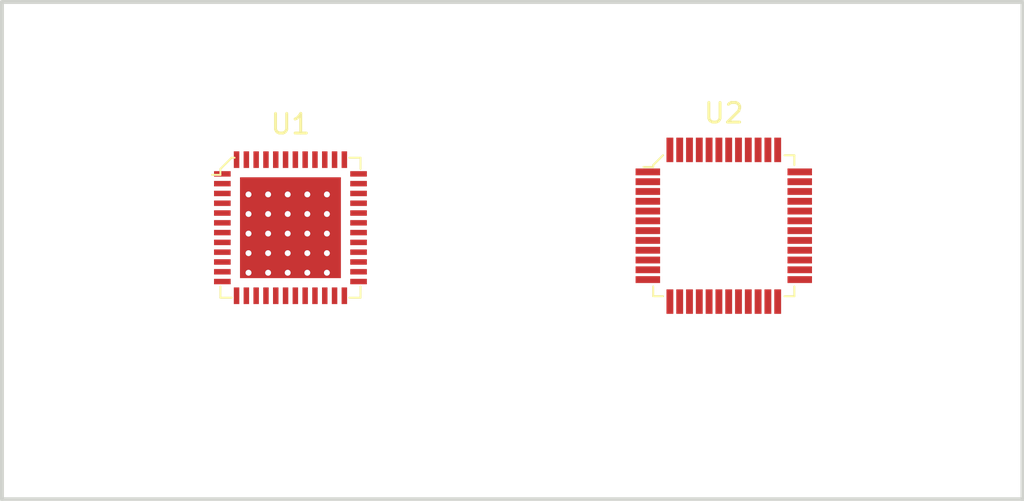
<source format=kicad_pcb>
(kicad_pcb (version 20171130) (host pcbnew 5.0.0-fee4fd1~65~ubuntu17.10.1)

  (general
    (thickness 1.6)
    (drawings 4)
    (tracks 0)
    (zones 0)
    (modules 2)
    (nets 1)
  )

  (page A4)
  (layers
    (0 F.Cu signal)
    (31 B.Cu signal)
    (32 B.Adhes user)
    (33 F.Adhes user)
    (34 B.Paste user)
    (35 F.Paste user)
    (36 B.SilkS user)
    (37 F.SilkS user)
    (38 B.Mask user)
    (39 F.Mask user)
    (40 Dwgs.User user)
    (41 Cmts.User user)
    (42 Eco1.User user)
    (43 Eco2.User user)
    (44 Edge.Cuts user)
    (45 Margin user)
    (46 B.CrtYd user)
    (47 F.CrtYd user)
    (48 B.Fab user)
    (49 F.Fab user)
  )

  (setup
    (last_trace_width 0.25)
    (trace_clearance 0.2)
    (zone_clearance 0.508)
    (zone_45_only no)
    (trace_min 0.2)
    (segment_width 0.2)
    (edge_width 0.15)
    (via_size 0.8)
    (via_drill 0.4)
    (via_min_size 0.4)
    (via_min_drill 0.3)
    (uvia_size 0.3)
    (uvia_drill 0.1)
    (uvias_allowed no)
    (uvia_min_size 0.2)
    (uvia_min_drill 0.1)
    (pcb_text_width 0.3)
    (pcb_text_size 1.5 1.5)
    (mod_edge_width 0.15)
    (mod_text_size 1 1)
    (mod_text_width 0.15)
    (pad_size 1.524 1.524)
    (pad_drill 0.762)
    (pad_to_mask_clearance 0.2)
    (aux_axis_origin 0 0)
    (visible_elements FFFFFF7F)
    (pcbplotparams
      (layerselection 0x010fc_ffffffff)
      (usegerberextensions false)
      (usegerberattributes false)
      (usegerberadvancedattributes false)
      (creategerberjobfile false)
      (excludeedgelayer true)
      (linewidth 0.100000)
      (plotframeref false)
      (viasonmask false)
      (mode 1)
      (useauxorigin false)
      (hpglpennumber 1)
      (hpglpenspeed 20)
      (hpglpendiameter 15.000000)
      (psnegative false)
      (psa4output false)
      (plotreference true)
      (plotvalue true)
      (plotinvisibletext false)
      (padsonsilk false)
      (subtractmaskfromsilk false)
      (outputformat 1)
      (mirror false)
      (drillshape 1)
      (scaleselection 1)
      (outputdirectory ""))
  )

  (net 0 "")

  (net_class Default "This is the default net class."
    (clearance 0.2)
    (trace_width 0.25)
    (via_dia 0.8)
    (via_drill 0.4)
    (uvia_dia 0.3)
    (uvia_drill 0.1)
  )

  (module digikey-footprints:QFN-48-1EP_7x7mm (layer F.Cu) (tedit 5B0EE00C) (tstamp 5C11EFBA)
    (at 28.69 25.5)
    (path /5C114B01)
    (fp_text reference U1 (at 0 -5.29) (layer F.SilkS)
      (effects (font (size 1 1) (thickness 0.15)))
    )
    (fp_text value ATSAMD21G18A-AUT (at 0 5.75) (layer F.Fab)
      (effects (font (size 1 1) (thickness 0.15)))
    )
    (fp_line (start -4.15 -4.15) (end -4.15 4.15) (layer F.CrtYd) (width 0.05))
    (fp_line (start 4.15 -4.15) (end 4.15 4.15) (layer F.CrtYd) (width 0.05))
    (fp_line (start 4.15 -4.15) (end -4.15 -4.15) (layer F.CrtYd) (width 0.05))
    (fp_line (start 4.15 4.15) (end -4.15 4.15) (layer F.CrtYd) (width 0.05))
    (fp_line (start -2.85 -3.575) (end -3 -3.575) (layer F.SilkS) (width 0.1))
    (fp_line (start -3 -3.575) (end -3.575 -3) (layer F.SilkS) (width 0.1))
    (fp_line (start -3.575 -3) (end -3.575 -2.7) (layer F.SilkS) (width 0.1))
    (fp_line (start -3.575 -2.7) (end -4 -2.7) (layer F.SilkS) (width 0.1))
    (fp_line (start -3.575 3.575) (end -3 3.575) (layer F.SilkS) (width 0.1))
    (fp_line (start -3.575 3) (end -3.575 3.575) (layer F.SilkS) (width 0.1))
    (fp_line (start 3.575 3) (end 3.575 3.575) (layer F.SilkS) (width 0.1))
    (fp_line (start 3.575 3.575) (end 3 3.575) (layer F.SilkS) (width 0.1))
    (fp_line (start 3.575 -3) (end 3.575 -3.575) (layer F.SilkS) (width 0.1))
    (fp_line (start 3.575 -3.575) (end 3 -3.575) (layer F.SilkS) (width 0.1))
    (fp_line (start -3 -3.475) (end 3.475 -3.475) (layer F.Fab) (width 0.1))
    (fp_line (start -3.475 -3) (end -3.475 3.475) (layer F.Fab) (width 0.1))
    (fp_line (start -3 -3.475) (end -3.475 -3) (layer F.Fab) (width 0.1))
    (fp_line (start 3.475 -3.475) (end 3.475 3.475) (layer F.Fab) (width 0.1))
    (fp_line (start 3.475 3.475) (end -3.475 3.475) (layer F.Fab) (width 0.1))
    (pad 37 smd rect (at 2.75 -3.475) (size 0.28 0.85) (layers F.Cu F.Paste F.Mask)
      (solder_mask_margin 0.07))
    (pad 13 smd rect (at -2.75 3.475) (size 0.28 0.85) (layers F.Cu F.Paste F.Mask)
      (solder_mask_margin 0.07))
    (pad 1 smd rect (at -3.475 -2.75) (size 0.85 0.28) (layers F.Cu F.Paste F.Mask)
      (solder_mask_margin 0.07))
    (pad 2 smd rect (at -3.475 -2.25) (size 0.85 0.28) (layers F.Cu F.Paste F.Mask)
      (solder_mask_margin 0.07))
    (pad 3 smd rect (at -3.475 -1.75) (size 0.85 0.28) (layers F.Cu F.Paste F.Mask)
      (solder_mask_margin 0.07))
    (pad 4 smd rect (at -3.475 -1.25) (size 0.85 0.28) (layers F.Cu F.Paste F.Mask)
      (solder_mask_margin 0.07))
    (pad 5 smd rect (at -3.475 -0.75) (size 0.85 0.28) (layers F.Cu F.Paste F.Mask)
      (solder_mask_margin 0.07))
    (pad 6 smd rect (at -3.475 -0.25) (size 0.85 0.28) (layers F.Cu F.Paste F.Mask)
      (solder_mask_margin 0.07))
    (pad 7 smd rect (at -3.475 0.25) (size 0.85 0.28) (layers F.Cu F.Paste F.Mask)
      (solder_mask_margin 0.07))
    (pad 8 smd rect (at -3.475 0.75) (size 0.85 0.28) (layers F.Cu F.Paste F.Mask)
      (solder_mask_margin 0.07))
    (pad 9 smd rect (at -3.475 1.25) (size 0.85 0.28) (layers F.Cu F.Paste F.Mask)
      (solder_mask_margin 0.07))
    (pad 10 smd rect (at -3.475 1.75) (size 0.85 0.28) (layers F.Cu F.Paste F.Mask)
      (solder_mask_margin 0.07))
    (pad 11 smd rect (at -3.475 2.25) (size 0.85 0.28) (layers F.Cu F.Paste F.Mask)
      (solder_mask_margin 0.07))
    (pad 12 smd rect (at -3.475 2.75) (size 0.85 0.28) (layers F.Cu F.Paste F.Mask)
      (solder_mask_margin 0.07))
    (pad 14 smd rect (at -2.25 3.475) (size 0.28 0.85) (layers F.Cu F.Paste F.Mask)
      (solder_mask_margin 0.07))
    (pad 15 smd rect (at -1.75 3.475) (size 0.28 0.85) (layers F.Cu F.Paste F.Mask)
      (solder_mask_margin 0.07))
    (pad 16 smd rect (at -1.25 3.475) (size 0.28 0.85) (layers F.Cu F.Paste F.Mask)
      (solder_mask_margin 0.07))
    (pad 17 smd rect (at -0.75 3.475) (size 0.28 0.85) (layers F.Cu F.Paste F.Mask)
      (solder_mask_margin 0.07))
    (pad 18 smd rect (at -0.25 3.475) (size 0.28 0.85) (layers F.Cu F.Paste F.Mask)
      (solder_mask_margin 0.07))
    (pad 19 smd rect (at 0.25 3.475) (size 0.28 0.85) (layers F.Cu F.Paste F.Mask)
      (solder_mask_margin 0.07))
    (pad 20 smd rect (at 0.75 3.475) (size 0.28 0.85) (layers F.Cu F.Paste F.Mask)
      (solder_mask_margin 0.07))
    (pad 21 smd rect (at 1.25 3.475) (size 0.28 0.85) (layers F.Cu F.Paste F.Mask)
      (solder_mask_margin 0.07))
    (pad 22 smd rect (at 1.75 3.475) (size 0.28 0.85) (layers F.Cu F.Paste F.Mask)
      (solder_mask_margin 0.07))
    (pad 23 smd rect (at 2.25 3.475) (size 0.28 0.85) (layers F.Cu F.Paste F.Mask)
      (solder_mask_margin 0.07))
    (pad 24 smd rect (at 2.75 3.475) (size 0.28 0.85) (layers F.Cu F.Paste F.Mask)
      (solder_mask_margin 0.07))
    (pad 25 smd rect (at 3.475 2.75) (size 0.85 0.28) (layers F.Cu F.Paste F.Mask)
      (solder_mask_margin 0.07))
    (pad 26 smd rect (at 3.475 2.25) (size 0.85 0.28) (layers F.Cu F.Paste F.Mask)
      (solder_mask_margin 0.07))
    (pad 27 smd rect (at 3.475 1.75) (size 0.85 0.28) (layers F.Cu F.Paste F.Mask)
      (solder_mask_margin 0.07))
    (pad 28 smd rect (at 3.475 1.25) (size 0.85 0.28) (layers F.Cu F.Paste F.Mask)
      (solder_mask_margin 0.07))
    (pad 29 smd rect (at 3.475 0.75) (size 0.85 0.28) (layers F.Cu F.Paste F.Mask)
      (solder_mask_margin 0.07))
    (pad 30 smd rect (at 3.475 0.25) (size 0.85 0.28) (layers F.Cu F.Paste F.Mask)
      (solder_mask_margin 0.07))
    (pad 31 smd rect (at 3.475 -0.25) (size 0.85 0.28) (layers F.Cu F.Paste F.Mask)
      (solder_mask_margin 0.07))
    (pad 32 smd rect (at 3.475 -0.75) (size 0.85 0.28) (layers F.Cu F.Paste F.Mask)
      (solder_mask_margin 0.07))
    (pad 33 smd rect (at 3.475 -1.25) (size 0.85 0.28) (layers F.Cu F.Paste F.Mask)
      (solder_mask_margin 0.07))
    (pad 34 smd rect (at 3.475 -1.75) (size 0.85 0.28) (layers F.Cu F.Paste F.Mask)
      (solder_mask_margin 0.07))
    (pad 35 smd rect (at 3.475 -2.25) (size 0.85 0.28) (layers F.Cu F.Paste F.Mask)
      (solder_mask_margin 0.07))
    (pad 36 smd rect (at 3.475 -2.75) (size 0.85 0.28) (layers F.Cu F.Paste F.Mask)
      (solder_mask_margin 0.07))
    (pad 38 smd rect (at 2.25 -3.475) (size 0.28 0.85) (layers F.Cu F.Paste F.Mask)
      (solder_mask_margin 0.07))
    (pad 39 smd rect (at 1.75 -3.475) (size 0.28 0.85) (layers F.Cu F.Paste F.Mask)
      (solder_mask_margin 0.07))
    (pad 40 smd rect (at 1.25 -3.475) (size 0.28 0.85) (layers F.Cu F.Paste F.Mask)
      (solder_mask_margin 0.07))
    (pad 41 smd rect (at 0.75 -3.475) (size 0.28 0.85) (layers F.Cu F.Paste F.Mask)
      (solder_mask_margin 0.07))
    (pad 42 smd rect (at 0.25 -3.475) (size 0.28 0.85) (layers F.Cu F.Paste F.Mask)
      (solder_mask_margin 0.07))
    (pad 43 smd rect (at -0.25 -3.475) (size 0.28 0.85) (layers F.Cu F.Paste F.Mask)
      (solder_mask_margin 0.07))
    (pad 44 smd rect (at -0.75 -3.475) (size 0.28 0.85) (layers F.Cu F.Paste F.Mask)
      (solder_mask_margin 0.07))
    (pad 45 smd rect (at -1.25 -3.475) (size 0.28 0.85) (layers F.Cu F.Paste F.Mask)
      (solder_mask_margin 0.07))
    (pad 46 smd rect (at -1.75 -3.475) (size 0.28 0.85) (layers F.Cu F.Paste F.Mask)
      (solder_mask_margin 0.07))
    (pad 47 smd rect (at -2.25 -3.475) (size 0.28 0.85) (layers F.Cu F.Paste F.Mask)
      (solder_mask_margin 0.07))
    (pad 48 smd rect (at -2.75 -3.475) (size 0.28 0.85) (layers F.Cu F.Paste F.Mask)
      (solder_mask_margin 0.07))
    (pad 49 smd rect (at 0 0) (size 5.15 5.15) (layers F.Cu F.Paste F.Mask))
    (pad 49 thru_hole circle (at 1.86 -1.7 270) (size 0.3 0.3) (drill 0.3) (layers *.Cu *.Mask)
      (solder_mask_margin 0.0001))
    (pad 49 thru_hole circle (at 1.86 -0.7 270) (size 0.3 0.3) (drill 0.3) (layers *.Cu *.Mask)
      (solder_mask_margin 0.0001))
    (pad 49 thru_hole circle (at 1.86 0.3 270) (size 0.3 0.3) (drill 0.3) (layers *.Cu *.Mask)
      (solder_mask_margin 0.0001))
    (pad 49 thru_hole circle (at 1.86 1.3 270) (size 0.3 0.3) (drill 0.3) (layers *.Cu *.Mask)
      (solder_mask_margin 0.0001))
    (pad 49 thru_hole circle (at 1.86 2.3 270) (size 0.3 0.3) (drill 0.3) (layers *.Cu *.Mask)
      (solder_mask_margin 0.0001))
    (pad 49 thru_hole circle (at 0.86 -1.7 270) (size 0.3 0.3) (drill 0.3) (layers *.Cu *.Mask)
      (solder_mask_margin 0.0001))
    (pad 49 thru_hole circle (at 0.86 -0.7 270) (size 0.3 0.3) (drill 0.3) (layers *.Cu *.Mask)
      (solder_mask_margin 0.0001))
    (pad 49 thru_hole circle (at 0.86 0.3 270) (size 0.3 0.3) (drill 0.3) (layers *.Cu *.Mask)
      (solder_mask_margin 0.0001))
    (pad 49 thru_hole circle (at 0.86 1.3 270) (size 0.3 0.3) (drill 0.3) (layers *.Cu *.Mask)
      (solder_mask_margin 0.0001))
    (pad 49 thru_hole circle (at 0.86 2.3 270) (size 0.3 0.3) (drill 0.3) (layers *.Cu *.Mask)
      (solder_mask_margin 0.0001))
    (pad 49 thru_hole circle (at -0.14 -1.7 270) (size 0.3 0.3) (drill 0.3) (layers *.Cu *.Mask)
      (solder_mask_margin 0.0001))
    (pad 49 thru_hole circle (at -0.14 -0.7 270) (size 0.3 0.3) (drill 0.3) (layers *.Cu *.Mask)
      (solder_mask_margin 0.0001))
    (pad 49 thru_hole circle (at -0.14 0.3 270) (size 0.3 0.3) (drill 0.3) (layers *.Cu *.Mask)
      (solder_mask_margin 0.0001))
    (pad 49 thru_hole circle (at -0.14 1.3 270) (size 0.3 0.3) (drill 0.3) (layers *.Cu *.Mask)
      (solder_mask_margin 0.0001))
    (pad 49 thru_hole circle (at -0.14 2.3 270) (size 0.3 0.3) (drill 0.3) (layers *.Cu *.Mask)
      (solder_mask_margin 0.0001))
    (pad 49 thru_hole circle (at -1.14 -1.7 270) (size 0.3 0.3) (drill 0.3) (layers *.Cu *.Mask)
      (solder_mask_margin 0.0001))
    (pad 49 thru_hole circle (at -1.14 -0.7 270) (size 0.3 0.3) (drill 0.3) (layers *.Cu *.Mask)
      (solder_mask_margin 0.0001))
    (pad 49 thru_hole circle (at -1.14 0.3 270) (size 0.3 0.3) (drill 0.3) (layers *.Cu *.Mask)
      (solder_mask_margin 0.0001))
    (pad 49 thru_hole circle (at -1.14 1.3 270) (size 0.3 0.3) (drill 0.3) (layers *.Cu *.Mask)
      (solder_mask_margin 0.0001))
    (pad 49 thru_hole circle (at -1.14 2.3 270) (size 0.3 0.3) (drill 0.3) (layers *.Cu *.Mask)
      (solder_mask_margin 0.0001))
    (pad 49 thru_hole circle (at -2.14 -1.7 270) (size 0.3 0.3) (drill 0.3) (layers *.Cu *.Mask)
      (solder_mask_margin 0.0001))
    (pad 49 thru_hole circle (at -2.14 -0.7 270) (size 0.3 0.3) (drill 0.3) (layers *.Cu *.Mask)
      (solder_mask_margin 0.0001))
    (pad 49 thru_hole circle (at -2.14 0.3 270) (size 0.3 0.3) (drill 0.3) (layers *.Cu *.Mask)
      (solder_mask_margin 0.0001))
    (pad 49 thru_hole circle (at -2.14 1.3 270) (size 0.3 0.3) (drill 0.3) (layers *.Cu *.Mask)
      (solder_mask_margin 0.0001))
    (pad 49 thru_hole circle (at -2.14 2.3 270) (size 0.3 0.3) (drill 0.3) (layers *.Cu *.Mask)
      (solder_mask_margin 0.0001))
  )

  (module digikey-footprints:TQFP-48_7x7mm (layer F.Cu) (tedit 59D24EEC) (tstamp 5C1291D0)
    (at 50.8 25.4)
    (descr http://ww1.microchip.com/downloads/en/DeviceDoc/40001884A.pdf)
    (path /5C114D49)
    (fp_text reference U2 (at 0 -5.75) (layer F.SilkS)
      (effects (font (size 1 1) (thickness 0.15)))
    )
    (fp_text value ATSAMD21G18A-AUT (at 0 6) (layer F.Fab)
      (effects (font (size 1 1) (thickness 0.15)))
    )
    (fp_line (start -4.75 -4.75) (end 4.75 -4.75) (layer F.CrtYd) (width 0.05))
    (fp_line (start 4.75 -4.75) (end 4.75 4.75) (layer F.CrtYd) (width 0.05))
    (fp_line (start -4.75 -4.75) (end -4.75 4.75) (layer F.CrtYd) (width 0.05))
    (fp_line (start -4.75 4.75) (end 4.75 4.75) (layer F.CrtYd) (width 0.05))
    (fp_line (start -3.6 3.1) (end -3.6 3.6) (layer F.SilkS) (width 0.1))
    (fp_line (start -3.6 3.6) (end -3.1 3.6) (layer F.SilkS) (width 0.1))
    (fp_line (start 3.6 3.1) (end 3.6 3.6) (layer F.SilkS) (width 0.1))
    (fp_line (start 3.6 3.6) (end 3.1 3.6) (layer F.SilkS) (width 0.1))
    (fp_line (start 3.1 -3.6) (end 3.6 -3.6) (layer F.SilkS) (width 0.1))
    (fp_line (start 3.6 -3.6) (end 3.6 -3.1) (layer F.SilkS) (width 0.1))
    (fp_line (start -3.1 -3.6) (end -3.6 -3.1) (layer F.SilkS) (width 0.1))
    (fp_line (start -3.6 -3.1) (end -3.6 -3) (layer F.SilkS) (width 0.1))
    (fp_line (start -3.6 -3) (end -4.1 -3) (layer F.SilkS) (width 0.1))
    (fp_line (start -3.5 -3) (end -3.5 3.5) (layer F.Fab) (width 0.1))
    (fp_line (start -3 -3.5) (end 3.5 -3.5) (layer F.Fab) (width 0.1))
    (fp_line (start -3.5 -3) (end -3 -3.5) (layer F.Fab) (width 0.1))
    (fp_text user %R (at 0 0) (layer F.Fab)
      (effects (font (size 1 1) (thickness 0.15)))
    )
    (fp_line (start 3.5 -3.5) (end 3.5 3.5) (layer F.Fab) (width 0.1))
    (fp_line (start -3.5 3.5) (end 3.5 3.5) (layer F.Fab) (width 0.1))
    (pad 6 smd rect (at -3.875 -0.25) (size 1.25 0.35) (layers F.Cu F.Paste F.Mask))
    (pad 5 smd rect (at -3.875 -0.75) (size 1.25 0.35) (layers F.Cu F.Paste F.Mask))
    (pad 4 smd rect (at -3.875 -1.25) (size 1.25 0.35) (layers F.Cu F.Paste F.Mask))
    (pad 3 smd rect (at -3.875 -1.75) (size 1.25 0.35) (layers F.Cu F.Paste F.Mask))
    (pad 2 smd rect (at -3.875 -2.25) (size 1.25 0.35) (layers F.Cu F.Paste F.Mask))
    (pad 1 smd rect (at -3.875 -2.75) (size 1.25 0.35) (layers F.Cu F.Paste F.Mask))
    (pad 7 smd rect (at -3.875 0.25) (size 1.25 0.35) (layers F.Cu F.Paste F.Mask))
    (pad 8 smd rect (at -3.875 0.75) (size 1.25 0.35) (layers F.Cu F.Paste F.Mask))
    (pad 9 smd rect (at -3.875 1.25) (size 1.25 0.35) (layers F.Cu F.Paste F.Mask))
    (pad 10 smd rect (at -3.875 1.75) (size 1.25 0.35) (layers F.Cu F.Paste F.Mask))
    (pad 11 smd rect (at -3.875 2.25) (size 1.25 0.35) (layers F.Cu F.Paste F.Mask))
    (pad 12 smd rect (at -3.875 2.75) (size 1.25 0.35) (layers F.Cu F.Paste F.Mask))
    (pad 18 smd rect (at -0.25 3.875) (size 0.35 1.25) (layers F.Cu F.Paste F.Mask))
    (pad 17 smd rect (at -0.75 3.875) (size 0.35 1.25) (layers F.Cu F.Paste F.Mask))
    (pad 16 smd rect (at -1.25 3.875) (size 0.35 1.25) (layers F.Cu F.Paste F.Mask))
    (pad 15 smd rect (at -1.75 3.875) (size 0.35 1.25) (layers F.Cu F.Paste F.Mask))
    (pad 14 smd rect (at -2.25 3.875) (size 0.35 1.25) (layers F.Cu F.Paste F.Mask))
    (pad 13 smd rect (at -2.75 3.875) (size 0.35 1.25) (layers F.Cu F.Paste F.Mask))
    (pad 19 smd rect (at 0.25 3.875) (size 0.35 1.25) (layers F.Cu F.Paste F.Mask))
    (pad 20 smd rect (at 0.75 3.875) (size 0.35 1.25) (layers F.Cu F.Paste F.Mask))
    (pad 21 smd rect (at 1.25 3.875) (size 0.35 1.25) (layers F.Cu F.Paste F.Mask))
    (pad 22 smd rect (at 1.75 3.875) (size 0.35 1.25) (layers F.Cu F.Paste F.Mask))
    (pad 23 smd rect (at 2.25 3.875) (size 0.35 1.25) (layers F.Cu F.Paste F.Mask))
    (pad 24 smd rect (at 2.75 3.875) (size 0.35 1.25) (layers F.Cu F.Paste F.Mask))
    (pad 25 smd rect (at 3.875 2.75) (size 1.25 0.35) (layers F.Cu F.Paste F.Mask))
    (pad 26 smd rect (at 3.875 2.25) (size 1.25 0.35) (layers F.Cu F.Paste F.Mask))
    (pad 27 smd rect (at 3.875 1.75) (size 1.25 0.35) (layers F.Cu F.Paste F.Mask))
    (pad 28 smd rect (at 3.875 1.25) (size 1.25 0.35) (layers F.Cu F.Paste F.Mask))
    (pad 29 smd rect (at 3.875 0.75) (size 1.25 0.35) (layers F.Cu F.Paste F.Mask))
    (pad 30 smd rect (at 3.875 0.25) (size 1.25 0.35) (layers F.Cu F.Paste F.Mask))
    (pad 31 smd rect (at 3.875 -0.25) (size 1.25 0.35) (layers F.Cu F.Paste F.Mask))
    (pad 32 smd rect (at 3.875 -0.75) (size 1.25 0.35) (layers F.Cu F.Paste F.Mask))
    (pad 33 smd rect (at 3.875 -1.25) (size 1.25 0.35) (layers F.Cu F.Paste F.Mask))
    (pad 34 smd rect (at 3.875 -1.75) (size 1.25 0.35) (layers F.Cu F.Paste F.Mask))
    (pad 35 smd rect (at 3.875 -2.25) (size 1.25 0.35) (layers F.Cu F.Paste F.Mask))
    (pad 36 smd rect (at 3.875 -2.75) (size 1.25 0.35) (layers F.Cu F.Paste F.Mask))
    (pad 37 smd rect (at 2.75 -3.875) (size 0.35 1.25) (layers F.Cu F.Paste F.Mask))
    (pad 38 smd rect (at 2.25 -3.875) (size 0.35 1.25) (layers F.Cu F.Paste F.Mask))
    (pad 39 smd rect (at 1.75 -3.875) (size 0.35 1.25) (layers F.Cu F.Paste F.Mask))
    (pad 40 smd rect (at 1.25 -3.875) (size 0.35 1.25) (layers F.Cu F.Paste F.Mask))
    (pad 41 smd rect (at 0.75 -3.875) (size 0.35 1.25) (layers F.Cu F.Paste F.Mask))
    (pad 42 smd rect (at 0.25 -3.875) (size 0.35 1.25) (layers F.Cu F.Paste F.Mask))
    (pad 43 smd rect (at -0.25 -3.875) (size 0.35 1.25) (layers F.Cu F.Paste F.Mask))
    (pad 44 smd rect (at -0.75 -3.875) (size 0.35 1.25) (layers F.Cu F.Paste F.Mask))
    (pad 45 smd rect (at -1.25 -3.875) (size 0.35 1.25) (layers F.Cu F.Paste F.Mask))
    (pad 46 smd rect (at -1.75 -3.875) (size 0.35 1.25) (layers F.Cu F.Paste F.Mask))
    (pad 47 smd rect (at -2.25 -3.875) (size 0.35 1.25) (layers F.Cu F.Paste F.Mask))
    (pad 48 smd rect (at -2.75 -3.875) (size 0.35 1.25) (layers F.Cu F.Paste F.Mask))
  )

  (gr_line (start 13.97 39.37) (end 13.97 13.97) (layer Edge.Cuts) (width 0.2))
  (gr_line (start 66.04 39.37) (end 13.97 39.37) (layer Edge.Cuts) (width 0.2))
  (gr_line (start 66.04 13.97) (end 66.04 39.37) (layer Edge.Cuts) (width 0.2))
  (gr_line (start 13.97 13.97) (end 66.04 13.97) (layer Edge.Cuts) (width 0.2))

)

</source>
